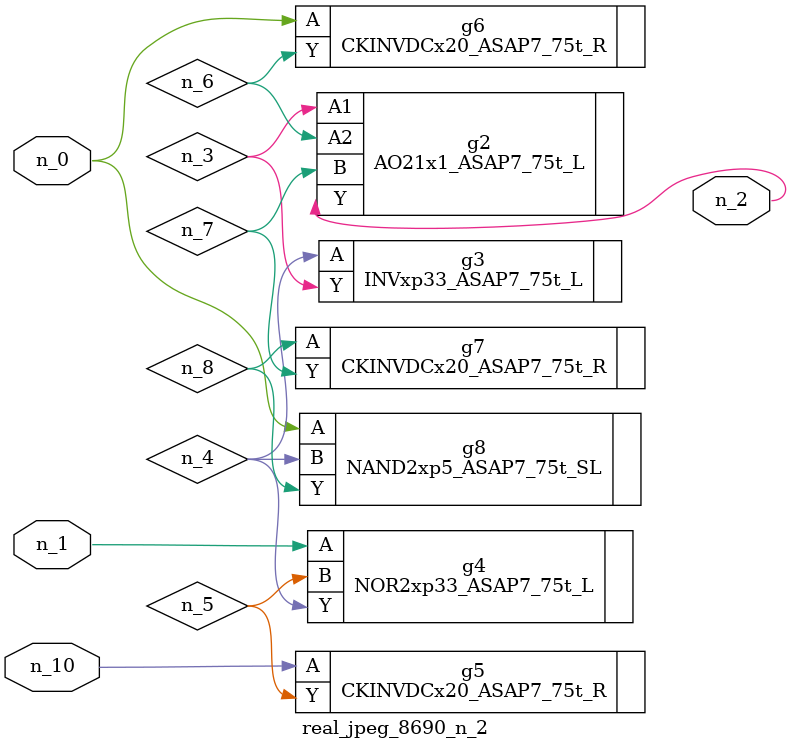
<source format=v>
module real_jpeg_8690_n_2 (n_1, n_10, n_0, n_2);

input n_1;
input n_10;
input n_0;

output n_2;

wire n_5;
wire n_4;
wire n_8;
wire n_6;
wire n_7;
wire n_3;

CKINVDCx20_ASAP7_75t_R g6 ( 
.A(n_0),
.Y(n_6)
);

NAND2xp5_ASAP7_75t_SL g8 ( 
.A(n_0),
.B(n_4),
.Y(n_8)
);

NOR2xp33_ASAP7_75t_L g4 ( 
.A(n_1),
.B(n_5),
.Y(n_4)
);

AO21x1_ASAP7_75t_L g2 ( 
.A1(n_3),
.A2(n_6),
.B(n_7),
.Y(n_2)
);

INVxp33_ASAP7_75t_L g3 ( 
.A(n_4),
.Y(n_3)
);

CKINVDCx20_ASAP7_75t_R g7 ( 
.A(n_8),
.Y(n_7)
);

CKINVDCx20_ASAP7_75t_R g5 ( 
.A(n_10),
.Y(n_5)
);


endmodule
</source>
